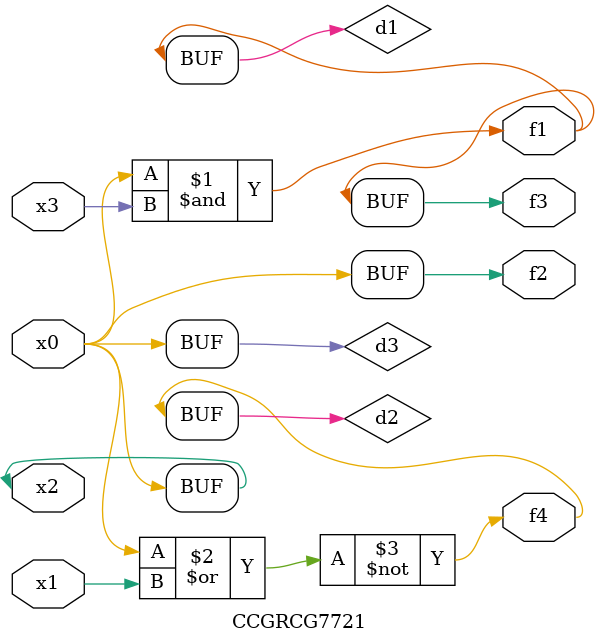
<source format=v>
module CCGRCG7721(
	input x0, x1, x2, x3,
	output f1, f2, f3, f4
);

	wire d1, d2, d3;

	and (d1, x2, x3);
	nor (d2, x0, x1);
	buf (d3, x0, x2);
	assign f1 = d1;
	assign f2 = d3;
	assign f3 = d1;
	assign f4 = d2;
endmodule

</source>
